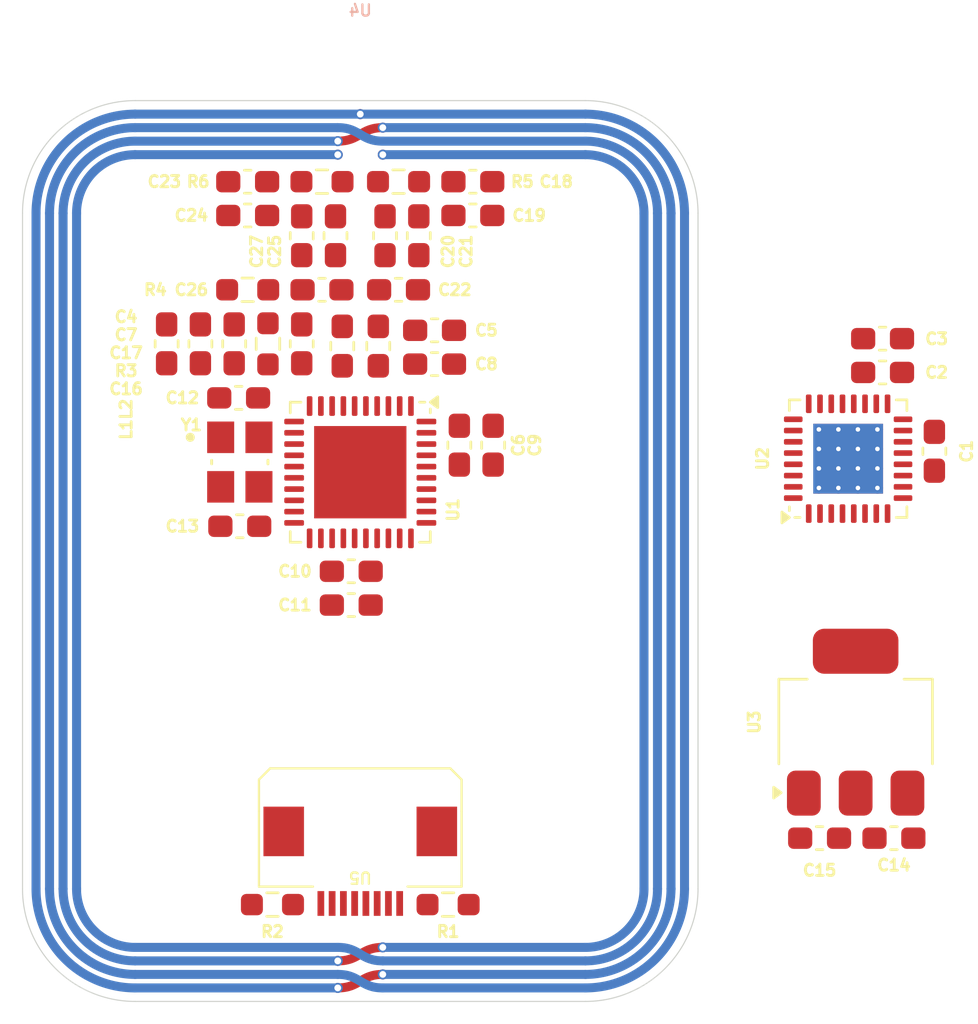
<source format=kicad_pcb>
(kicad_pcb (version 20241229) (generator "pcbnew") (generator_version "9.0")
  (layers (0 "F.Cu" signal) (2 "B.Cu" signal) (13 "F.Paste" user) (15 "B.Paste" user) (5 "F.SilkS" user "F.Silkscreen") (7 "B.SilkS" user "B.Silkscreen") (1 "F.Mask" user) (3 "B.Mask" user) (25 "Edge.Cuts" user))
  (net 0 "")
  (net 1 "Net-(U2-CShield)")
  (net 2 "GND")
  (net 3 "+3V3")
  (net 4 "Net-(U1-AVDD)")
  (net 5 "Net-(U1-OSCIN)")
  (net 6 "Net-(U1-OSCOUT)")
  (net 7 "+5V")
  (net 8 "Net-(U1-VMID)")
  (net 9 "Net-(U1-RX)")
  (net 10 "Net-(C17-Pad2)")
  (net 11 "Net-(C20-Pad2)")
  (net 12 "Net-(C25-Pad2)")
  (net 13 "I2C SDA")
  (net 14 "I2C SCL")
  (net 18 "Net-(U1-TX2)")
  (net 20 "Net-(U1-TX1)")
  (net 54 "Net-(C18-Pad1)")
  (net 55 "Net-(C23-Pad1)")
  (net 56 "Net-(R5-Pad2)")
  (net 57 "Net-(R6-Pad2)")
  (footprint "Resistor_SMD:R_0603_1608Metric_Pad0.98x0.95mm_HandSolder" (layer "F.Cu") (at 110.9 60.8 90)
    (property "Reference" "R3" (at -1.2 -6.3 0) (layer "F.SilkS") (effects (font (size 0.5 0.5))))
    (property "Value" "1K" (hide yes))
    (fp_line (start -0.254724 -0.5225) (end 0.254724 -0.5225) (stroke (width 0.12)) (layer "F.SilkS"))
    (fp_line (start -0.254724 0.5225) (end 0.254724 0.5225) (stroke (width 0.12)) (layer "F.SilkS"))
    (pad "1" smd roundrect (at -0.9125 0 90) (size 0.975 0.95) (layers "F.Cu" "F.Mask" "F.Paste") (net 9 "Net-(U1-RX)"))
    (pad "2" smd roundrect (at 0.9125 0 90) (size 0.975 0.95) (layers "F.Cu" "F.Mask" "F.Paste") (net 8 "Net-(U1-VMID)"))
  )
  (footprint "Capacitor_SMD:C_0603_1608Metric_Pad1.08x0.95mm_HandSolder" (layer "F.Cu") (at 116.7 58.4 180)
    (property "Reference" "C22" (at -2.5 0 0) (layer "F.SilkS") (effects (font (size 0.5 0.5))))
    (property "Value" "220pF" (hide yes))
    (fp_line (start -0.146267 0.51) (end 0.146267 0.51) (stroke (width 0.12)) (layer "F.SilkS"))
    (fp_line (start -0.146267 -0.51) (end 0.146267 -0.51) (stroke (width 0.12)) (layer "F.SilkS"))
    (pad "1" smd roundrect (at -0.8625 0 180) (size 1.075 0.95) (layers "F.Cu" "F.Mask" "F.Paste") (net 11 "Net-(C20-Pad2)"))
    (pad "2" smd roundrect (at 0.8625 0 180) (size 1.075 0.95) (layers "F.Cu" "F.Mask" "F.Paste") (net 2 "GND"))
  )
  (footprint "Capacitor_SMD:C_0603_1608Metric_Pad1.08x0.95mm_HandSolder" (layer "F.Cu") (at 116.1 56 -90)
    (property "Reference" "C20" (at 0.7 -2.8 90) (layer "F.SilkS") (effects (font (size 0.5 0.5))))
    (property "Value" "22pF" (hide yes))
    (fp_line (start -0.146267 0.51) (end 0.146267 0.51) (stroke (width 0.12)) (layer "F.SilkS"))
    (fp_line (start -0.146267 -0.51) (end 0.146267 -0.51) (stroke (width 0.12)) (layer "F.SilkS"))
    (pad "1" smd roundrect (at -0.8625 0 270) (size 1.075 0.95) (layers "F.Cu" "F.Mask" "F.Paste") (net 54 "Net-(C18-Pad1)"))
    (pad "2" smd roundrect (at 0.8625 0 270) (size 1.075 0.95) (layers "F.Cu" "F.Mask" "F.Paste") (net 11 "Net-(C20-Pad2)"))
  )
  (footprint "Inductor_SMD:L_0603_1608Metric_Pad1.05x0.95mm_HandSolder" (layer "F.Cu") (at 115.8 60.9 90)
    (property "Reference" "L1" (at -3.7 -11.2 90) (layer "F.SilkS") (effects (font (size 0.5 0.5))))
    (property "Value" "560nH" (hide yes))
    (fp_line (start -0.171267 -0.51) (end 0.171267 -0.51) (stroke (width 0.12)) (layer "F.SilkS"))
    (fp_line (start -0.171267 0.51) (end 0.171267 0.51) (stroke (width 0.12)) (layer "F.SilkS"))
    (pad "1" smd roundrect (at -0.875 0 90) (size 1.05 0.95) (layers "F.Cu" "F.Mask" "F.Paste") (net 20 "Net-(U1-TX1)"))
    (pad "2" smd roundrect (at 0.875 0 90) (size 1.05 0.95) (layers "F.Cu" "F.Mask" "F.Paste") (net 11 "Net-(C20-Pad2)"))
  )
  (footprint "Capacitor_SMD:C_0603_1608Metric_Pad1.08x0.95mm_HandSolder" (layer "F.Cu") (at 138.7 82.75)
    (property "Reference" "C14" (at 0 1.2 0) (layer "F.SilkS") (effects (font (size 0.5 0.5))))
    (property "Value" "0.1uF" (hide yes))
    (fp_line (start -0.146267 -0.51) (end 0.146267 -0.51) (stroke (width 0.12)) (layer "F.SilkS"))
    (fp_line (start -0.146267 0.51) (end 0.146267 0.51) (stroke (width 0.12)) (layer "F.SilkS"))
    (pad "1" smd roundrect (at -0.8625 0) (size 1.075 0.95) (layers "F.Cu" "F.Mask" "F.Paste") (net 7 "+5V"))
    (pad "2" smd roundrect (at 0.8625 0) (size 1.075 0.95) (layers "F.Cu" "F.Mask" "F.Paste") (net 2 "GND"))
  )
  (footprint "Resistor_SMD:R_0603_1608Metric_Pad0.98x0.95mm_HandSolder" (layer "F.Cu") (at 118.9 85.7 180)
    (property "Reference" "R1" (at 0 -1.2 0) (layer "F.SilkS") (effects (font (size 0.5 0.5))))
    (property "Value" "2.2K" (hide yes))
    (fp_line (start -0.254724 0.5225) (end 0.254724 0.5225) (stroke (width 0.12)) (layer "F.SilkS"))
    (fp_line (start -0.254724 -0.5225) (end 0.254724 -0.5225) (stroke (width 0.12)) (layer "F.SilkS"))
    (pad "1" smd roundrect (at -0.9125 0 180) (size 0.975 0.95) (layers "F.Cu" "F.Mask" "F.Paste") (net 3 "+3V3"))
    (pad "2" smd roundrect (at 0.9125 0 180) (size 0.975 0.95) (layers "F.Cu" "F.Mask" "F.Paste") (net 13 "I2C SDA"))
  )
  (footprint "Capacitor_SMD:C_0603_1608Metric_Pad1.08x0.95mm_HandSolder" (layer "F.Cu") (at 138.196667 62.07 180)
    (property "Reference" "C2" (at -2.4 0 0) (layer "F.SilkS") (effects (font (size 0.5 0.5))))
    (property "Value" "10uF" (hide yes))
    (fp_line (start -0.146267 0.51) (end 0.146267 0.51) (stroke (width 0.12)) (layer "F.SilkS"))
    (fp_line (start -0.146267 -0.51) (end 0.146267 -0.51) (stroke (width 0.12)) (layer "F.SilkS"))
    (pad "1" smd roundrect (at -0.8625 0 180) (size 1.075 0.95) (layers "F.Cu" "F.Mask" "F.Paste") (net 3 "+3V3"))
    (pad "2" smd roundrect (at 0.8625 0 180) (size 1.075 0.95) (layers "F.Cu" "F.Mask" "F.Paste") (net 2 "GND"))
  )
  (footprint "Resistor_SMD:R_0603_1608Metric_Pad0.98x0.95mm_HandSolder" (layer "F.Cu") (at 111.1 85.7 180)
    (property "Reference" "R2" (at 0 -1.2 0) (layer "F.SilkS") (effects (font (size 0.5 0.5))))
    (property "Value" "2.2K" (hide yes))
    (fp_line (start -0.254724 0.5225) (end 0.254724 0.5225) (stroke (width 0.12)) (layer "F.SilkS"))
    (fp_line (start -0.254724 -0.5225) (end 0.254724 -0.5225) (stroke (width 0.12)) (layer "F.SilkS"))
    (pad "1" smd roundrect (at -0.9125 0 180) (size 0.975 0.95) (layers "F.Cu" "F.Mask" "F.Paste") (net 14 "I2C SCL"))
    (pad "2" smd roundrect (at 0.9125 0 180) (size 0.975 0.95) (layers "F.Cu" "F.Mask" "F.Paste") (net 3 "+3V3"))
  )
  (footprint "Capacitor_SMD:C_0603_1608Metric_Pad1.08x0.95mm_HandSolder" (layer "F.Cu") (at 114.6 72.4)
    (property "Reference" "C11" (at -2.5 0 0) (layer "F.SilkS") (effects (font (size 0.5 0.5))))
    (property "Value" "0.1uF" (hide yes))
    (fp_line (start -0.146267 -0.51) (end 0.146267 -0.51) (stroke (width 0.12)) (layer "F.SilkS"))
    (fp_line (start -0.146267 0.51) (end 0.146267 0.51) (stroke (width 0.12)) (layer "F.SilkS"))
    (pad "1" smd roundrect (at -0.8625 0) (size 1.075 0.95) (layers "F.Cu" "F.Mask" "F.Paste") (net 3 "+3V3"))
    (pad "2" smd roundrect (at 0.8625 0) (size 1.075 0.95) (layers "F.Cu" "F.Mask" "F.Paste") (net 2 "GND"))
  )
  (footprint "FFC:FFC 0.8mm 8P" (layer "F.Cu") (at 115 85 180)
    (property "Reference" "U5" (at 0 0.5 180) (layer "F.SilkS") (effects (font (size 0.5 0.5) (thickness 0.1))))
    (property "Value" "R FFC" (hide yes))
    (fp_line (start 4.5 4.849999) (end 4.5 3.45) (stroke (width 0.1)) (layer "F.SilkS"))
    (fp_line (start 4.5 0.1) (end 4.5 3.45) (stroke (width 0.1)) (layer "F.SilkS"))
    (fp_line (start 4 5.35) (end 4.5 4.849999) (stroke (width 0.1)) (layer "F.SilkS"))
    (fp_line (start 2.1 0.1) (end 4.5 0.1) (stroke (width 0.1)) (layer "F.SilkS"))
    (fp_line (start -4 5.35) (end 4 5.35) (stroke (width 0.1)) (layer "F.SilkS"))
    (fp_line (start -4 5.35) (end -4.5 4.849999) (stroke (width 0.1)) (layer "F.SilkS"))
    (fp_line (start -4.5 4.849999) (end -4.5 3.45) (stroke (width 0.1)) (layer "F.SilkS"))
    (fp_line (start -4.5 3.45) (end -4.5 0.1) (stroke (width 0.1)) (layer "F.SilkS"))
    (fp_line (start -4.5 0.1) (end -2.1 0.1) (stroke (width 0.1)) (layer "F.SilkS"))
    (pad "" smd rect (at -3.4 2.55 180) (size 1.8 2.2) (layers "F.Cu" "F.Mask" "F.Paste"))
    (pad "" smd rect (at 3.4 2.55 180) (size 1.8 2.2) (layers "F.Cu" "F.Mask" "F.Paste"))
    (pad "1" smd rect (at -1.75 -0.65 180) (size 0.3 1.1) (layers "F.Cu" "F.Mask" "F.Paste") (net 2 "GND"))
    (pad "2" smd rect (at -1.25 -0.65 180) (size 0.3 1.1) (layers "F.Cu" "F.Mask" "F.Paste") (net 13 "I2C SDA"))
    (pad "3" smd rect (at -0.75 -0.649999 180) (size 0.3 1.1) (layers "F.Cu" "F.Mask" "F.Paste") (net 14 "I2C SCL"))
    (pad "4" smd rect (at -0.25 -0.65 180) (size 0.3 1.1) (layers "F.Cu" "F.Mask" "F.Paste") (net 7 "+5V"))
    (pad "5" smd rect (at 0.25 -0.65 180) (size 0.3 1.1) (layers "F.Cu" "F.Mask" "F.Paste") (net 7 "+5V"))
    (pad "6" smd rect (at 0.750001 -0.65 180) (size 0.3 1.1) (layers "F.Cu" "F.Mask" "F.Paste") (net 13 "I2C SDA"))
    (pad "7" smd rect (at 1.25 -0.65 180) (size 0.3 1.1) (layers "F.Cu" "F.Mask" "F.Paste") (net 14 "I2C SCL"))
    (pad "8" smd rect (at 1.749999 -0.65 180) (size 0.3 1.1) (layers "F.Cu" "F.Mask" "F.Paste") (net 2 "GND"))
  )
  (footprint "Package_CSP:LFCSP-32-1EP_5x5mm_P0.5mm_EP3.1x3.1mm_ThermalVias" (layer "F.Cu") (at 136.666667 65.9 90)
    (property "Reference" "U2" (at 0 -3.8 90) (layer "F.SilkS") (effects (font (size 0.5 0.5) (thickness 0.125))))
    (property "Value" "AD7142ACPZ-500RL7" (hide yes))
    (fp_line (start 2.61 -2.61) (end 2.61 -2.135) (stroke (width 0.12)) (layer "F.SilkS"))
    (fp_line (start 2.135 -2.61) (end 2.61 -2.61) (stroke (width 0.12)) (layer "F.SilkS"))
    (fp_line (start -2.135 -2.61) (end -2.31 -2.61) (stroke (width 0.12)) (layer "F.SilkS"))
    (fp_line (start -2.61 -2.135) (end -2.61 -2.37) (stroke (width 0.12)) (layer "F.SilkS"))
    (fp_line (start 2.61 2.61) (end 2.61 2.135) (stroke (width 0.12)) (layer "F.SilkS"))
    (fp_line (start 2.135 2.61) (end 2.61 2.61) (stroke (width 0.12)) (layer "F.SilkS"))
    (fp_line (start -2.135 2.61) (end -2.61 2.61) (stroke (width 0.12)) (layer "F.SilkS"))
    (fp_line (start -2.61 2.61) (end -2.61 2.135) (stroke (width 0.12)) (layer "F.SilkS"))
    (fp_poly (pts (xy -2.61 -2.61) (xy -2.85 -2.94) (xy -2.37 -2.94)) (stroke (width 0.12)) (fill yes) (layer "F.SilkS"))
    (pad "1" smd roundrect (at -2.4375 -1.75 90) (size 0.825 0.25) (layers "F.Cu" "F.Mask" "F.Paste"))
    (pad "2" smd roundrect (at -2.4375 -1.25 90) (size 0.825 0.25) (layers "F.Cu" "F.Mask" "F.Paste"))
    (pad "3" smd roundrect (at -2.4375 -0.75 90) (size 0.825 0.25) (layers "F.Cu" "F.Mask" "F.Paste"))
    (pad "4" smd roundrect (at -2.4375 -0.25 90) (size 0.825 0.25) (layers "F.Cu" "F.Mask" "F.Paste"))
    (pad "5" smd roundrect (at -2.4375 0.25 90) (size 0.825 0.25) (layers "F.Cu" "F.Mask" "F.Paste"))
    (pad "6" smd roundrect (at -2.4375 0.75 90) (size 0.825 0.25) (layers "F.Cu" "F.Mask" "F.Paste"))
    (pad "7" smd roundrect (at -2.4375 1.25 90) (size 0.825 0.25) (layers "F.Cu" "F.Mask" "F.Paste"))
    (pad "8" smd roundrect (at -2.4375 1.75 90) (size 0.825 0.25) (layers "F.Cu" "F.Mask" "F.Paste"))
    (pad "9" smd roundrect (at -1.75 2.4375 90) (size 0.25 0.825) (layers "F.Cu" "F.Mask" "F.Paste"))
    (pad "10" smd roundrect (at -1.25 2.4375 90) (size 0.25 0.825) (layers "F.Cu" "F.Mask" "F.Paste"))
    (pad "11" smd roundrect (at -0.75 2.4375 90) (size 0.25 0.825) (layers "F.Cu" "F.Mask" "F.Paste"))
    (pad "12" smd roundrect (at -0.25 2.4375 90) (size 0.25 0.825) (layers "F.Cu" "F.Mask" "F.Paste") (net 1 "Net-(U2-CShield)"))
    (pad "13" smd roundrect (at 0.25 2.4375 90) (size 0.25 0.825) (layers "F.Cu" "F.Mask" "F.Paste") (net 3 "+3V3"))
    (pad "14" smd roundrect (at 0.75 2.4375 90) (size 0.25 0.825) (layers "F.Cu" "F.Mask" "F.Paste") (net 2 "GND"))
    (pad "15" smd roundrect (at 1.25 2.4375 90) (size 0.25 0.825) (layers "F.Cu" "F.Mask" "F.Paste"))
    (pad "16" smd roundrect (at 1.75 2.4375 90) (size 0.25 0.825) (layers "F.Cu" "F.Mask" "F.Paste"))
    (pad "17" smd roundrect (at 2.4375 1.75 90) (size 0.825 0.25) (layers "F.Cu" "F.Mask" "F.Paste") (net 3 "+3V3"))
    (pad "18" smd roundrect (at 2.4375 1.25 90) (size 0.825 0.25) (layers "F.Cu" "F.Mask" "F.Paste") (net 2 "GND"))
    (pad "19" smd roundrect (at 2.4375 0.75 90) (size 0.825 0.25) (layers "F.Cu" "F.Mask" "F.Paste") (net 2 "GND"))
    (pad "20" smd roundrect (at 2.4375 0.25 90) (size 0.825 0.25) (layers "F.Cu" "F.Mask" "F.Paste") (net 3 "+3V3"))
    (pad "21" smd roundrect (at 2.4375 -0.25 90) (size 0.825 0.25) (layers "F.Cu" "F.Mask" "F.Paste") (net 13 "I2C SDA"))
    (pad "22" smd roundrect (at 2.4375 -0.75 90) (size 0.825 0.25) (layers "F.Cu" "F.Mask" "F.Paste") (net 2 "GND"))
    (pad "23" smd roundrect (at 2.4375 -1.25 90) (size 0.825 0.25) (layers "F.Cu" "F.Mask" "F.Paste") (net 14 "I2C SCL"))
    (pad "24" smd roundrect (at 2.4375 -1.75 90) (size 0.825 0.25) (layers "F.Cu" "F.Mask" "F.Paste") (net 2 "GND"))
    (pad "25" smd roundrect (at 1.75 -2.4375 90) (size 0.25 0.825) (layers "F.Cu" "F.Mask" "F.Paste"))
    (pad "26" smd roundrect (at 1.25 -2.4375 90) (size 0.25 0.825) (layers "F.Cu" "F.Mask" "F.Paste"))
    (pad "27" smd roundrect (at 0.75 -2.4375 90) (size 0.25 0.825) (layers "F.Cu" "F.Mask" "F.Paste") (net 2 "GND"))
    (pad "28" smd roundrect (at 0.25 -2.4375 90) (size 0.25 0.825) (layers "F.Cu" "F.Mask" "F.Paste") (net 3 "+3V3"))
    (pad "29" smd roundrect (at -0.25 -2.4375 90) (size 0.25 0.825) (layers "F.Cu" "F.Mask" "F.Paste") (net 2 "GND"))
    (pad "30" smd roundrect (at -0.75 -2.4375 90) (size 0.25 0.825) (layers "F.Cu" "F.Mask" "F.Paste"))
    (pad "31" smd roundrect (at -1.25 -2.4375 90) (size 0.25 0.825) (layers "F.Cu" "F.Mask" "F.Paste"))
    (pad "32" smd roundrect (at -1.75 -2.4375 90) (size 0.25 0.825) (layers "F.Cu" "F.Mask" "F.Paste"))
    (pad "33" thru_hole circle (at -1.3 -1.3 90) (size 0.5 0.5) (drill 0.2) (property pad_prop_heatsink) (layers "*.Cu"))
    (pad "33" thru_hole circle (at -1.3 -0.433333 90) (size 0.5 0.5) (drill 0.2) (property pad_prop_heatsink) (layers "*.Cu"))
    (pad "33" thru_hole circle (at -1.3 0.433333 90) (size 0.5 0.5) (drill 0.2) (property pad_prop_heatsink) (layers "*.Cu"))
    (pad "33" thru_hole circle (at -1.3 1.3 90) (size 0.5 0.5) (drill 0.2) (property pad_prop_heatsink) (layers "*.Cu"))
    (pad "33" thru_hole circle (at -0.433333 -1.3 90) (size 0.5 0.5) (drill 0.2) (property pad_prop_heatsink) (layers "*.Cu"))
    (pad "33" thru_hole circle (at -0.433333 -0.433333 90) (size 0.5 0.5) (drill 0.2) (property pad_prop_heatsink) (layers "*.Cu"))
    (pad "33" thru_hole circle (at -0.433333 0.433333 90) (size 0.5 0.5) (drill 0.2) (property pad_prop_heatsink) (layers "*.Cu"))
    (pad "33" thru_hole circle (at -0.433333 1.3 90) (size 0.5 0.5) (drill 0.2) (property pad_prop_heatsink) (layers "*.Cu"))
    (pad "33" smd rect (at 0 0 90) (size 3.1 3.1) (property pad_prop_heatsink) (layers "F.Cu" "F.Mask"))
    (pad "33" smd rect (at 0 0 90) (size 3.1 3.1) (property pad_prop_heatsink) (layers "B.Cu"))
    (pad "33" thru_hole circle (at 0.433333 -1.3 90) (size 0.5 0.5) (drill 0.2) (property pad_prop_heatsink) (layers "*.Cu"))
    (pad "33" thru_hole circle (at 0.433333 -0.433333 90) (size 0.5 0.5) (drill 0.2) (property pad_prop_heatsink) (layers "*.Cu"))
    (pad "33" thru_hole circle (at 0.433333 0.433333 90) (size 0.5 0.5) (drill 0.2) (property pad_prop_heatsink) (layers "*.Cu"))
    (pad "33" thru_hole circle (at 0.433333 1.3 90) (size 0.5 0.5) (drill 0.2) (property pad_prop_heatsink) (layers "*.Cu"))
    (pad "33" thru_hole circle (at 1.3 -1.3 90) (size 0.5 0.5) (drill 0.2) (property pad_prop_heatsink) (layers "*.Cu"))
    (pad "33" thru_hole circle (at 1.3 -0.433333 90) (size 0.5 0.5) (drill 0.2) (property pad_prop_heatsink) (layers "*.Cu"))
    (pad "33" thru_hole circle (at 1.3 0.433333 90) (size 0.5 0.5) (drill 0.2) (property pad_prop_heatsink) (layers "*.Cu"))
    (pad "33" thru_hole circle (at 1.3 1.3 90) (size 0.5 0.5) (drill 0.2) (property pad_prop_heatsink) (layers "*.Cu"))
  )
  (footprint "Capacitor_SMD:C_0603_1608Metric_Pad1.08x0.95mm_HandSolder" (layer "F.Cu") (at 120 55.1)
    (property "Reference" "C19" (at 2.5 0 0) (layer "F.SilkS") (effects (font (size 0.5 0.5))))
    (property "Value" "NC" (hide yes))
    (fp_line (start -0.146267 -0.51) (end 0.146267 -0.51) (stroke (width 0.12)) (layer "F.SilkS"))
    (fp_line (start -0.146267 0.51) (end 0.146267 0.51) (stroke (width 0.12)) (layer "F.SilkS"))
    (pad "1" smd roundrect (at -0.8625 0) (size 1.075 0.95) (layers "F.Cu" "F.Mask" "F.Paste") (net 54 "Net-(C18-Pad1)"))
    (pad "2" smd roundrect (at 0.8625 0) (size 1.075 0.95) (layers "F.Cu" "F.Mask" "F.Paste") (net 2 "GND"))
  )
  (footprint "Resistor_SMD:R_0603_1608Metric_Pad0.98x0.95mm_HandSolder" (layer "F.Cu") (at 110 58.4)
    (property "Reference" "R4" (at -4.1 0 0) (layer "F.SilkS") (effects (font (size 0.5 0.5))))
    (property "Value" "1.7K" (hide yes))
    (fp_line (start -0.254724 -0.5225) (end 0.254724 -0.5225) (stroke (width 0.12)) (layer "F.SilkS"))
    (fp_line (start -0.254724 0.5225) (end 0.254724 0.5225) (stroke (width 0.12)) (layer "F.SilkS"))
    (pad "1" smd roundrect (at -0.9125 0) (size 0.975 0.95) (layers "F.Cu" "F.Mask" "F.Paste") (net 10 "Net-(C17-Pad2)"))
    (pad "2" smd roundrect (at 0.9125 0) (size 0.975 0.95) (layers "F.Cu" "F.Mask" "F.Paste") (net 12 "Net-(C25-Pad2)"))
  )
  (footprint "Capacitor_SMD:C_0603_1608Metric_Pad1.08x0.95mm_HandSolder" (layer "F.Cu") (at 113.3 58.4 180)
    (property "Reference" "C26" (at 5.8 0 0) (layer "F.SilkS") (effects (font (size 0.5 0.5))))
    (property "Value" "220pF" (hide yes))
    (fp_line (start -0.146267 0.51) (end 0.146267 0.51) (stroke (width 0.12)) (layer "F.SilkS"))
    (fp_line (start -0.146267 -0.51) (end 0.146267 -0.51) (stroke (width 0.12)) (layer "F.SilkS"))
    (pad "1" smd roundrect (at -0.8625 0 180) (size 1.075 0.95) (layers "F.Cu" "F.Mask" "F.Paste") (net 2 "GND"))
    (pad "2" smd roundrect (at 0.8625 0 180) (size 1.075 0.95) (layers "F.Cu" "F.Mask" "F.Paste") (net 12 "Net-(C25-Pad2)"))
  )
  (footprint "Capacitor_SMD:C_0603_1608Metric_Pad1.08x0.95mm_HandSolder" (layer "F.Cu") (at 140.496667 65.57 -90)
    (property "Reference" "C1" (at 0 -1.43 90) (layer "F.SilkS") (effects (font (size 0.5 0.5))))
    (property "Value" "10nF" (hide yes))
    (fp_line (start -0.146267 0.51) (end 0.146267 0.51) (stroke (width 0.12)) (layer "F.SilkS"))
    (fp_line (start -0.146267 -0.51) (end 0.146267 -0.51) (stroke (width 0.12)) (layer "F.SilkS"))
    (pad "1" smd roundrect (at -0.8625 0 270) (size 1.075 0.95) (layers "F.Cu" "F.Mask" "F.Paste") (net 2 "GND"))
    (pad "2" smd roundrect (at 0.8625 0 270) (size 1.075 0.95) (layers "F.Cu" "F.Mask" "F.Paste") (net 1 "Net-(U2-CShield)"))
  )
  (footprint "Capacitor_SMD:C_0603_1608Metric_Pad1.08x0.95mm_HandSolder" (layer "F.Cu") (at 118.3 60.2)
    (property "Reference" "C5" (at 2.3 0 0) (layer "F.SilkS") (effects (font (size 0.5 0.5))))
    (property "Value" "0.1uF" (hide yes))
    (fp_line (start -0.146267 -0.51) (end 0.146267 -0.51) (stroke (width 0.12)) (layer "F.SilkS"))
    (fp_line (start -0.146267 0.51) (end 0.146267 0.51) (stroke (width 0.12)) (layer "F.SilkS"))
    (pad "1" smd roundrect (at -0.8625 0) (size 1.075 0.95) (layers "F.Cu" "F.Mask" "F.Paste") (net 4 "Net-(U1-AVDD)"))
    (pad "2" smd roundrect (at 0.8625 0) (size 1.075 0.95) (layers "F.Cu" "F.Mask" "F.Paste") (net 2 "GND"))
  )
  (footprint "Capacitor_SMD:C_0603_1608Metric_Pad1.08x0.95mm_HandSolder" (layer "F.Cu") (at 117.6 56 -90)
    (property "Reference" "C21" (at 0.7 -2.1 90) (layer "F.SilkS") (effects (font (size 0.5 0.5))))
    (property "Value" "NC" (hide yes))
    (fp_line (start -0.146267 0.51) (end 0.146267 0.51) (stroke (width 0.12)) (layer "F.SilkS"))
    (fp_line (start -0.146267 -0.51) (end 0.146267 -0.51) (stroke (width 0.12)) (layer "F.SilkS"))
    (pad "1" smd roundrect (at -0.8625 0 270) (size 1.075 0.95) (layers "F.Cu" "F.Mask" "F.Paste") (net 54 "Net-(C18-Pad1)"))
    (pad "2" smd roundrect (at 0.8625 0 270) (size 1.075 0.95) (layers "F.Cu" "F.Mask" "F.Paste") (net 11 "Net-(C20-Pad2)"))
  )
  (footprint "Inductor_SMD:L_0603_1608Metric_Pad1.05x0.95mm_HandSolder" (layer "F.Cu") (at 114.2 60.9 90)
    (property "Reference" "L2" (at -2.8 -9.6 90) (layer "F.SilkS") (effects (font (size 0.5 0.5))))
    (property "Value" "560nH" (hide yes))
    (fp_line (start -0.171267 -0.51) (end 0.171267 -0.51) (stroke (width 0.12)) (layer "F.SilkS"))
    (fp_line (start -0.171267 0.51) (end 0.171267 0.51) (stroke (width 0.12)) (layer "F.SilkS"))
    (pad "1" smd roundrect (at -0.875 0 90) (size 1.05 0.95) (layers "F.Cu" "F.Mask" "F.Paste") (net 18 "Net-(U1-TX2)"))
    (pad "2" smd roundrect (at 0.875 0 90) (size 1.05 0.95) (layers "F.Cu" "F.Mask" "F.Paste") (net 12 "Net-(C25-Pad2)"))
  )
  (footprint "Capacitor_SMD:C_0603_1608Metric_Pad1.08x0.95mm_HandSolder" (layer "F.Cu") (at 113.9 56 -90)
    (property "Reference" "C25" (at 0.7 2.7 90) (layer "F.SilkS") (effects (font (size 0.5 0.5))))
    (property "Value" "22pF" (hide yes))
    (fp_line (start -0.146267 0.51) (end 0.146267 0.51) (stroke (width 0.12)) (layer "F.SilkS"))
    (fp_line (start -0.146267 -0.51) (end 0.146267 -0.51) (stroke (width 0.12)) (layer "F.SilkS"))
    (pad "1" smd roundrect (at -0.8625 0 270) (size 1.075 0.95) (layers "F.Cu" "F.Mask" "F.Paste") (net 55 "Net-(C23-Pad1)"))
    (pad "2" smd roundrect (at 0.8625 0 270) (size 1.075 0.95) (layers "F.Cu" "F.Mask" "F.Paste") (net 12 "Net-(C25-Pad2)"))
  )
  (footprint "Capacitor_SMD:C_0603_1608Metric_Pad1.08x0.95mm_HandSolder" (layer "F.Cu") (at 112.4 60.8 -90)
    (property "Reference" "C16" (at 2 7.8 0) (layer "F.SilkS") (effects (font (size 0.5 0.5))))
    (property "Value" "0.1uF" (hide yes))
    (fp_line (start -0.146267 0.51) (end 0.146267 0.51) (stroke (width 0.12)) (layer "F.SilkS"))
    (fp_line (start -0.146267 -0.51) (end 0.146267 -0.51) (stroke (width 0.12)) (layer "F.SilkS"))
    (pad "1" smd roundrect (at -0.8625 0 270) (size 1.075 0.95) (layers "F.Cu" "F.Mask" "F.Paste") (net 8 "Net-(U1-VMID)"))
    (pad "2" smd roundrect (at 0.8625 0 270) (size 1.075 0.95) (layers "F.Cu" "F.Mask" "F.Paste") (net 2 "GND"))
  )
  (footprint "Capacitor_SMD:C_0603_1608Metric_Pad1.08x0.95mm_HandSolder" (layer "F.Cu") (at 135.4 82.75 180)
    (property "Reference" "C15" (at 0 -1.43 0) (layer "F.SilkS") (effects (font (size 0.5 0.5))))
    (property "Value" "10uF" (hide yes))
    (fp_line (start -0.146267 0.51) (end 0.146267 0.51) (stroke (width 0.12)) (layer "F.SilkS"))
    (fp_line (start -0.146267 -0.51) (end 0.146267 -0.51) (stroke (width 0.12)) (layer "F.SilkS"))
    (pad "1" smd roundrect (at -0.8625 0 180) (size 1.075 0.95) (layers "F.Cu" "F.Mask" "F.Paste") (net 3 "+3V3"))
    (pad "2" smd roundrect (at 0.8625 0 180) (size 1.075 0.95) (layers "F.Cu" "F.Mask" "F.Paste") (net 2 "GND"))
  )
  (footprint "Resistor_SMD:R_0603_1608Metric_Pad0.98x0.95mm_HandSolder" (layer "F.Cu") (at 113.3 53.6)
    (property "Reference" "R6" (at -5.5 0 0) (layer "F.SilkS") (effects (font (size 0.5 0.5))))
    (property "Value" "1.5" (hide yes))
    (fp_line (start -0.254724 -0.5225) (end 0.254724 -0.5225) (stroke (width 0.12)) (layer "F.SilkS"))
    (fp_line (start -0.254724 0.5225) (end 0.254724 0.5225) (stroke (width 0.12)) (layer "F.SilkS"))
    (pad "1" smd roundrect (at -0.9125 0) (size 0.975 0.95) (layers "F.Cu" "F.Mask" "F.Paste") (net 55 "Net-(C23-Pad1)"))
    (pad "2" smd roundrect (at 0.9125 0) (size 0.975 0.95) (layers "F.Cu" "F.Mask" "F.Paste") (net 57 "Net-(R6-Pad2)"))
  )
  (footprint "Capacitor_SMD:C_0603_1608Metric_Pad1.08x0.95mm_HandSolder" (layer "F.Cu") (at 110 55.1 180)
    (property "Reference" "C24" (at 2.5 0 0) (layer "F.SilkS") (effects (font (size 0.5 0.5))))
    (property "Value" "NC" (hide yes))
    (fp_line (start -0.146267 0.51) (end 0.146267 0.51) (stroke (width 0.12)) (layer "F.SilkS"))
    (fp_line (start -0.146267 -0.51) (end 0.146267 -0.51) (stroke (width 0.12)) (layer "F.SilkS"))
    (pad "1" smd roundrect (at -0.8625 0 180) (size 1.075 0.95) (layers "F.Cu" "F.Mask" "F.Paste") (net 55 "Net-(C23-Pad1)"))
    (pad "2" smd roundrect (at 0.8625 0 180) (size 1.075 0.95) (layers "F.Cu" "F.Mask" "F.Paste") (net 2 "GND"))
  )
  (footprint "Package_DFN_QFN:HVQFN-40-1EP_6x6mm_P0.5mm_EP4.1x4.1mm" (layer "F.Cu") (at 115 66.5 -90)
    (property "Reference" "U1" (at 1.67 -4.12 90) (layer "F.SilkS") (effects (font (size 0.5 0.5))))
    (property "Value" "PN5321A3HN_C1xx" (hide yes))
    (fp_line (start -3.11 3.11) (end -3.11 2.635) (stroke (width 0.12)) (layer "F.SilkS"))
    (fp_line (start -2.635 3.11) (end -3.11 3.11) (stroke (width 0.12)) (layer "F.SilkS"))
    (fp_line (start 2.635 3.11) (end 3.11 3.11) (stroke (width 0.12)) (layer "F.SilkS"))
    (fp_line (start 3.11 3.11) (end 3.11 2.635) (stroke (width 0.12)) (layer "F.SilkS"))
    (fp_line (start -3.11 -2.635) (end -3.11 -2.87) (stroke (width 0.12)) (layer "F.SilkS"))
    (fp_line (start -2.635 -3.11) (end -2.81 -3.11) (stroke (width 0.12)) (layer "F.SilkS"))
    (fp_line (start 2.635 -3.11) (end 3.11 -3.11) (stroke (width 0.12)) (layer "F.SilkS"))
    (fp_line (start 3.11 -3.11) (end 3.11 -2.635) (stroke (width 0.12)) (layer "F.SilkS"))
    (fp_poly (pts (xy -3.11 -3.11) (xy -3.35 -3.44) (xy -2.87 -3.44)) (stroke (width 0.12)) (fill yes) (layer "F.SilkS"))
    (pad "1" smd roundrect (at -2.9375 -2.25 270) (size 0.875 0.25) (layers "F.Cu" "F.Mask" "F.Paste") (net 2 "GND"))
    (pad "2" smd roundrect (at -2.9375 -1.75 270) (size 0.875 0.25) (layers "F.Cu" "F.Mask" "F.Paste"))
    (pad "3" smd roundrect (at -2.9375 -1.25 270) (size 0.875 0.25) (layers "F.Cu" "F.Mask" "F.Paste") (net 2 "GND"))
    (pad "4" smd roundrect (at -2.9375 -0.75 270) (size 0.875 0.25) (layers "F.Cu" "F.Mask" "F.Paste") (net 20 "Net-(U1-TX1)"))
    (pad "5" smd roundrect (at -2.9375 -0.25 270) (size 0.875 0.25) (layers "F.Cu" "F.Mask" "F.Paste") (net 4 "Net-(U1-AVDD)"))
    (pad "6" smd roundrect (at -2.9375 0.25 270) (size 0.875 0.25) (layers "F.Cu" "F.Mask" "F.Paste") (net 18 "Net-(U1-TX2)"))
    (pad "7" smd roundrect (at -2.9375 0.75 270) (size 0.875 0.25) (layers "F.Cu" "F.Mask" "F.Paste") (net 2 "GND"))
    (pad "8" smd roundrect (at -2.9375 1.25 270) (size 0.875 0.25) (layers "F.Cu" "F.Mask" "F.Paste") (net 4 "Net-(U1-AVDD)"))
    (pad "9" smd roundrect (at -2.9375 1.75 270) (size 0.875 0.25) (layers "F.Cu" "F.Mask" "F.Paste") (net 8 "Net-(U1-VMID)"))
    (pad "10" smd roundrect (at -2.9375 2.25 270) (size 0.875 0.25) (layers "F.Cu" "F.Mask" "F.Paste") (net 9 "Net-(U1-RX)"))
    (pad "11" smd roundrect (at -2.25 2.9375 270) (size 0.25 0.875) (layers "F.Cu" "F.Mask" "F.Paste") (net 2 "GND"))
    (pad "12" smd roundrect (at -1.75 2.9375 270) (size 0.25 0.875) (layers "F.Cu" "F.Mask" "F.Paste"))
    (pad "13" smd roundrect (at -1.25 2.9375 270) (size 0.25 0.875) (layers "F.Cu" "F.Mask" "F.Paste"))
    (pad "14" smd roundrect (at -0.75 2.9375 270) (size 0.25 0.875) (layers "F.Cu" "F.Mask" "F.Paste") (net 5 "Net-(U1-OSCIN)"))
    (pad "15" smd roundrect (at -0.25 2.9375 270) (size 0.25 0.875) (layers "F.Cu" "F.Mask" "F.Paste") (net 6 "Net-(U1-OSCOUT)"))
    (pad "16" smd roundrect (at 0.25 2.9375 270) (size 0.25 0.875) (layers "F.Cu" "F.Mask" "F.Paste") (net 3 "+3V3"))
    (pad "17" smd roundrect (at 0.75 2.9375 270) (size 0.25 0.875) (layers "F.Cu" "F.Mask" "F.Paste") (net 2 "GND"))
    (pad "18" smd roundrect (at 1.25 2.9375 270) (size 0.25 0.875) (layers "F.Cu" "F.Mask" "F.Paste") (net 2 "GND"))
    (pad "19" smd roundrect (at 1.75 2.9375 270) (size 0.25 0.875) (layers "F.Cu" "F.Mask" "F.Paste"))
    (pad "20" smd roundrect (at 2.25 2.9375 270) (size 0.25 0.875) (layers "F.Cu" "F.Mask" "F.Paste"))
    (pad "21" smd roundrect (at 2.9375 2.25 270) (size 0.875 0.25) (layers "F.Cu" "F.Mask" "F.Paste"))
    (pad "22" smd roundrect (at 2.9375 1.75 270) (size 0.875 0.25) (layers "F.Cu" "F.Mask" "F.Paste"))
    (pad "23" smd roundrect (at 2.9375 1.25 270) (size 0.875 0.25) (layers "F.Cu" "F.Mask" "F.Paste") (net 3 "+3V3"))
    (pad "24" smd roundrect (at 2.9375 0.75 270) (size 0.875 0.25) (layers "F.Cu" "F.Mask" "F.Paste"))
    (pad "25" smd roundrect (at 2.9375 0.25 270) (size 0.875 0.25) (layers "F.Cu" "F.Mask" "F.Paste"))
    (pad "26" smd roundrect (at 2.9375 -0.25 270) (size 0.875 0.25) (layers "F.Cu" "F.Mask" "F.Paste"))
    (pad "27" smd roundrect (at 2.9375 -0.75 270) (size 0.875 0.25) (layers "F.Cu" "F.Mask" "F.Paste") (net 14 "I2C SCL"))
    (pad "28" smd roundrect (at 2.9375 -1.25 270) (size 0.875 0.25) (layers "F.Cu" "F.Mask" "F.Paste") (net 13 "I2C SDA"))
    (pad "29" smd roundrect (at 2.9375 -1.75 270) (size 0.875 0.25) (layers "F.Cu" "F.Mask" "F.Paste"))
    (pad "30" smd roundrect (at 2.9375 -2.25 270) (size 0.875 0.25) (layers "F.Cu" "F.Mask" "F.Paste"))
    (pad "31" smd roundrect (at 2.25 -2.9375 270) (size 0.25 0.875) (layers "F.Cu" "F.Mask" "F.Paste"))
    (pad "32" smd roundrect (at 1.75 -2.9375 270) (size 0.25 0.875) (layers "F.Cu" "F.Mask" "F.Paste"))
    (pad "33" smd roundrect (at 1.25 -2.9375 270) (size 0.25 0.875) (layers "F.Cu" "F.Mask" "F.Paste"))
    (pad "34" smd roundrect (at 0.75 -2.9375 270) (size 0.25 0.875) (layers "F.Cu" "F.Mask" "F.Paste"))
    (pad "35" smd roundrect (at 0.25 -2.9375 270) (size 0.25 0.875) (layers "F.Cu" "F.Mask" "F.Paste"))
    (pad "36" smd roundrect (at -0.25 -2.9375 270) (size 0.25 0.875) (layers "F.Cu" "F.Mask" "F.Paste"))
    (pad "37" smd roundrect (at -0.75 -2.9375 270) (size 0.25 0.875) (layers "F.Cu" "F.Mask" "F.Paste"))
    (pad "38" smd roundrect (at -1.25 -2.9375 270) (size 0.25 0.875) (layers "F.Cu" "F.Mask" "F.Paste") (net 3 "+3V3"))
    (pad "39" smd roundrect (at -1.75 -2.9375 270) (size 0.25 0.875) (layers "F.Cu" "F.Mask" "F.Paste") (net 4 "Net-(U1-AVDD)"))
    (pad "40" smd roundrect (at -2.25 -2.9375 270) (size 0.25 0.875) (layers "F.Cu" "F.Mask" "F.Paste") (net 3 "+3V3"))
    (pad "41" smd rect (at 0 0 270) (size 4.1 4.1) (property pad_prop_heatsink) (layers "F.Cu" "F.Mask") (net 2 "GND"))
  )
  (footprint "Capacitor_SMD:C_0603_1608Metric_Pad1.08x0.95mm_HandSolder" (layer "F.Cu") (at 109.6 63.2)
    (property "Reference" "C12" (at -2.5 0 0) (layer "F.SilkS") (effects (font (size 0.5 0.5))))
    (property "Value" "33pF" (hide yes))
    (fp_line (start -0.146267 -0.51) (end 0.146267 -0.51) (stroke (width 0.12)) (layer "F.SilkS"))
    (fp_line (start -0.146267 0.51) (end 0.146267 0.51) (stroke (width 0.12)) (layer "F.SilkS"))
    (pad "1" smd roundrect (at -0.8625 0) (size 1.075 0.95) (layers "F.Cu" "F.Mask" "F.Paste") (net 5 "Net-(U1-OSCIN)"))
    (pad "2" smd roundrect (at 0.8625 0) (size 1.075 0.95) (layers "F.Cu" "F.Mask" "F.Paste") (net 2 "GND"))
  )
  (footprint "Capacitor_SMD:C_0603_1608Metric_Pad1.08x0.95mm_HandSolder" (layer "F.Cu") (at 110 53.6 180)
    (property "Reference" "C23" (at 3.7 0 0) (layer "F.SilkS") (effects (font (size 0.5 0.5))))
    (property "Value" "150pF" (hide yes))
    (fp_line (start -0.146267 0.51) (end 0.146267 0.51) (stroke (width 0.12)) (layer "F.SilkS"))
    (fp_line (start -0.146267 -0.51) (end 0.146267 -0.51) (stroke (width 0.12)) (layer "F.SilkS"))
    (pad "1" smd roundrect (at -0.8625 0 180) (size 1.075 0.95) (layers "F.Cu" "F.Mask" "F.Paste") (net 55 "Net-(C23-Pad1)"))
    (pad "2" smd roundrect (at 0.8625 0 180) (size 1.075 0.95) (layers "F.Cu" "F.Mask" "F.Paste") (net 2 "GND"))
  )
  (footprint "Capacitor_SMD:C_0603_1608Metric_Pad1.08x0.95mm_HandSolder" (layer "F.Cu") (at 109.4 60.8 90)
    (property "Reference" "C17" (at -0.4 -4.8 0) (layer "F.SilkS") (effects (font (size 0.5 0.5))))
    (property "Value" "1nF" (hide yes))
    (fp_line (start -0.146267 -0.51) (end 0.146267 -0.51) (stroke (width 0.12)) (layer "F.SilkS"))
    (fp_line (start -0.146267 0.51) (end 0.146267 0.51) (stroke (width 0.12)) (layer "F.SilkS"))
    (pad "1" smd roundrect (at -0.8625 0 90) (size 1.075 0.95) (layers "F.Cu" "F.Mask" "F.Paste") (net 9 "Net-(U1-RX)"))
    (pad "2" smd roundrect (at 0.8625 0 90) (size 1.075 0.95) (layers "F.Cu" "F.Mask" "F.Paste") (net 10 "Net-(C17-Pad2)"))
  )
  (footprint "Capacitor_SMD:C_0603_1608Metric_Pad1.08x0.95mm_HandSolder" (layer "F.Cu") (at 114.6 70.9)
    (property "Reference" "C10" (at -2.5 0 0) (layer "F.SilkS") (effects (font (size 0.5 0.5))))
    (property "Value" "0.1uF" (hide yes))
    (fp_line (start -0.146267 -0.51) (end 0.146267 -0.51) (stroke (width 0.12)) (layer "F.SilkS"))
    (fp_line (start -0.146267 0.51) (end 0.146267 0.51) (stroke (width 0.12)) (layer "F.SilkS"))
    (pad "1" smd roundrect (at -0.8625 0) (size 1.075 0.95) (layers "F.Cu" "F.Mask" "F.Paste") (net 3 "+3V3"))
    (pad "2" smd roundrect (at 0.8625 0) (size 1.075 0.95) (layers "F.Cu" "F.Mask" "F.Paste") (net 2 "GND"))
  )
  (footprint "Capacitor_SMD:C_0603_1608Metric_Pad1.08x0.95mm_HandSolder" (layer "F.Cu") (at 138.196667 60.57 180)
    (property "Reference" "C3" (at -2.4 -0.01 0) (layer "F.SilkS") (effects (font (size 0.5 0.5))))
    (property "Value" "0.1uF" (hide yes))
    (fp_line (start -0.146267 0.51) (end 0.146267 0.51) (stroke (width 0.12)) (layer "F.SilkS"))
    (fp_line (start -0.146267 -0.51) (end 0.146267 -0.51) (stroke (width 0.12)) (layer "F.SilkS"))
    (pad "1" smd roundrect (at -0.8625 0 180) (size 1.075 0.95) (layers "F.Cu" "F.Mask" "F.Paste") (net 3 "+3V3"))
    (pad "2" smd roundrect (at 0.8625 0 180) (size 1.075 0.95) (layers "F.Cu" "F.Mask" "F.Paste") (net 2 "GND"))
  )
  (footprint "Capacitor_SMD:C_0603_1608Metric_Pad1.08x0.95mm_HandSolder" (layer "F.Cu") (at 112.4 56 -90)
    (property "Reference" "C27" (at 0.7 2 90) (layer "F.SilkS") (effects (font (size 0.5 0.5))))
    (property "Value" "NC" (hide yes))
    (fp_line (start -0.146267 0.51) (end 0.146267 0.51) (stroke (width 0.12)) (layer "F.SilkS"))
    (fp_line (start -0.146267 -0.51) (end 0.146267 -0.51) (stroke (width 0.12)) (layer "F.SilkS"))
    (pad "1" smd roundrect (at -0.8625 0 270) (size 1.075 0.95) (layers "F.Cu" "F.Mask" "F.Paste") (net 55 "Net-(C23-Pad1)"))
    (pad "2" smd roundrect (at 0.8625 0 270) (size 1.075 0.95) (layers "F.Cu" "F.Mask" "F.Paste") (net 12 "Net-(C25-Pad2)"))
  )
  (footprint "Package_TO_SOT_SMD:SOT-223-3_TabPin2" (layer "F.Cu") (at 137 77.6 90)
    (property "Reference" "U3" (at 0 -4.5 90) (layer "F.SilkS") (effects (font (size 0.5 0.5))))
    (property "Value" "LD1117S33TR_SOT223" (hide yes))
    (fp_line (start 1.91 -3.41) (end 1.91 -2.15) (stroke (width 0.12)) (layer "F.SilkS"))
    (fp_line (start -1.85 -3.41) (end 1.91 -3.41) (stroke (width 0.12)) (layer "F.SilkS"))
    (fp_line (start 1.91 3.41) (end 1.91 2.15) (stroke (width 0.12)) (layer "F.SilkS"))
    (fp_line (start -1.85 3.41) (end 1.91 3.41) (stroke (width 0.12)) (layer "F.SilkS"))
    (fp_poly (pts (xy -3.13 -3.31) (xy -3.37 -3.64) (xy -2.89 -3.64) (xy -3.13 -3.31)) (stroke (width 0.12)) (fill yes) (layer "F.SilkS"))
    (pad "1" smd roundrect (at -3.15 -2.3 90) (size 2 1.5) (layers "F.Cu" "F.Mask" "F.Paste") (net 2 "GND"))
    (pad "2" smd roundrect (at -3.15 0 90) (size 2 1.5) (layers "F.Cu" "F.Mask" "F.Paste") (net 3 "+3V3"))
    (pad "2" smd roundrect (at 3.15 0 90) (size 2 3.8) (layers "F.Cu" "F.Mask" "F.Paste") (net 3 "+3V3"))
    (pad "3" smd roundrect (at -3.15 2.3 90) (size 2 1.5) (layers "F.Cu" "F.Mask" "F.Paste") (net 7 "+5V"))
  )
  (footprint "Capacitor_SMD:C_0603_1608Metric_Pad1.08x0.95mm_HandSolder" (layer "F.Cu") (at 118.3 61.7)
    (property "Reference" "C8" (at 2.3 0 0) (layer "F.SilkS") (effects (font (size 0.5 0.5))))
    (property "Value" "10uF" (hide yes))
    (fp_line (start -0.146267 -0.51) (end 0.146267 -0.51) (stroke (width 0.12)) (layer "F.SilkS"))
    (fp_line (start -0.146267 0.51) (end 0.146267 0.51) (stroke (width 0.12)) (layer "F.SilkS"))
    (pad "1" smd roundrect (at -0.8625 0) (size 1.075 0.95) (layers "F.Cu" "F.Mask" "F.Paste") (net 4 "Net-(U1-AVDD)"))
    (pad "2" smd roundrect (at 0.8625 0) (size 1.075 0.95) (layers "F.Cu" "F.Mask" "F.Paste") (net 2 "GND"))
  )
  (footprint "7M-27.120MAAJ-T:XTAL_7M-27.120MAAJ-T" (layer "F.Cu") (at 109.65 66.05)
    (property "Reference" "Y1" (at -2.15 -1.65 0) (layer "F.SilkS") (effects (font (size 0.5 0.5) (thickness 0.125))))
    (property "Value" "7M-27.120MAAJ-T" (hide yes))
    (fp_line (start -1.25 -0.08) (end -1.25 0.08) (stroke (width 0.127)) (layer "F.SilkS"))
    (fp_line (start 1.25 -0.08) (end 1.25 0.08) (stroke (width 0.127)) (layer "F.SilkS"))
    (fp_circle (center -2.2 -1.1) (end -2.1 -1.1) (stroke (width 0.2)) (fill no) (layer "F.SilkS"))
    (pad "1" smd rect (at -0.85 -1.1) (size 1.2 1.4) (layers "F.Cu" "F.Mask" "F.Paste") (net 5 "Net-(U1-OSCIN)"))
    (pad "2" smd rect (at -0.85 1.1) (size 1.2 1.4) (layers "F.Cu" "F.Mask" "F.Paste") (net 2 "GND"))
    (pad "3" smd rect (at 0.85 1.1) (size 1.2 1.4) (layers "F.Cu" "F.Mask" "F.Paste") (net 6 "Net-(U1-OSCOUT)"))
    (pad "4" smd rect (at 0.85 -1.1) (size 1.2 1.4) (layers "F.Cu" "F.Mask" "F.Paste") (net 2 "GND"))
  )
  (footprint "Resistor_SMD:R_0603_1608Metric_Pad0.98x0.95mm_HandSolder" (layer "F.Cu") (at 116.7 53.6 180)
    (property "Reference" "R5" (at -5.5 0 0) (layer "F.SilkS") (effects (font (size 0.5 0.5))))
    (property "Value" "1.5" (hide yes))
    (fp_line (start -0.254724 0.5225) (end 0.254724 0.5225) (stroke (width 0.12)) (layer "F.SilkS"))
    (fp_line (start -0.254724 -0.5225) (end 0.254724 -0.5225) (stroke (width 0.12)) (layer "F.SilkS"))
    (pad "1" smd roundrect (at -0.9125 0 180) (size 0.975 0.95) (layers "F.Cu" "F.Mask" "F.Paste") (net 54 "Net-(C18-Pad1)"))
    (pad "2" smd roundrect (at 0.9125 0 180) (size 0.975 0.95) (layers "F.Cu" "F.Mask" "F.Paste") (net 56 "Net-(R5-Pad2)"))
  )
  (footprint "Capacitor_SMD:C_0603_1608Metric_Pad1.08x0.95mm_HandSolder" (layer "F.Cu") (at 120.9 65.3 -90)
    (property "Reference" "C9" (at 0 -1.85 90) (layer "F.SilkS") (effects (font (size 0.5 0.5))))
    (property "Value" "10uF" (hide yes))
    (fp_line (start -0.146267 0.51) (end 0.146267 0.51) (stroke (width 0.12)) (layer "F.SilkS"))
    (fp_line (start -0.146267 -0.51) (end 0.146267 -0.51) (stroke (width 0.12)) (layer "F.SilkS"))
    (pad "1" smd roundrect (at -0.8625 0 270) (size 1.075 0.95) (layers "F.Cu" "F.Mask" "F.Paste") (net 4 "Net-(U1-AVDD)"))
    (pad "2" smd roundrect (at 0.8625 0 270) (size 1.075 0.95) (layers "F.Cu" "F.Mask" "F.Paste") (net 2 "GND"))
  )
  (footprint "Capacitor_SMD:C_0603_1608Metric_Pad1.08x0.95mm_HandSolder" (layer "F.Cu") (at 107.9 60.8 90)
    (property "Reference" "C7" (at 0.4 -3.3 0) (layer "F.SilkS") (effects (font (size 0.5 0.5))))
    (property "Value" "10uF" (hide yes))
    (fp_line (start -0.146267 -0.51) (end 0.146267 -0.51) (stroke (width 0.12)) (layer "F.SilkS"))
    (fp_line (start -0.146267 0.51) (end 0.146267 0.51) (stroke (width 0.12)) (layer "F.SilkS"))
    (pad "1" smd roundrect (at -0.8625 0 90) (size 1.075 0.95) (layers "F.Cu" "F.Mask" "F.Paste") (net 4 "Net-(U1-AVDD)"))
    (pad "2" smd roundrect (at 0.8625 0 90) (size 1.075 0.95) (layers "F.Cu" "F.Mask" "F.Paste") (net 2 "GND"))
  )
  (footprint "Capacitor_SMD:C_0603_1608Metric_Pad1.08x0.95mm_HandSolder" (layer "F.Cu") (at 119.4 65.3 -90)
    (property "Reference" "C6" (at 0 -2.62 90) (layer "F.SilkS") (effects (font (size 0.5 0.5))))
    (property "Value" "0.1uF" (hide yes))
    (fp_line (start -0.146267 0.51) (end 0.146267 0.51) (stroke (width 0.12)) (layer "F.SilkS"))
    (fp_line (start -0.146267 -0.51) (end 0.146267 -0.51) (stroke (width 0.12)) (layer "F.SilkS"))
    (pad "1" smd roundrect (at -0.8625 0 270) (size 1.075 0.95) (layers "F.Cu" "F.Mask" "F.Paste") (net 4 "Net-(U1-AVDD)"))
    (pad "2" smd roundrect (at 0.8625 0 270) (size 1.075 0.95) (layers "F.Cu" "F.Mask" "F.Paste") (net 2 "GND"))
  )
  (footprint "Capacitor_SMD:C_0603_1608Metric_Pad1.08x0.95mm_HandSolder" (layer "F.Cu") (at 120 53.6)
    (property "Reference" "C18" (at 3.7 0 0) (layer "F.SilkS") (effects (font (size 0.5 0.5))))
    (property "Value" "150pF" (hide yes))
    (fp_line (start -0.146267 -0.51) (end 0.146267 -0.51) (stroke (width 0.12)) (layer "F.SilkS"))
    (fp_line (start -0.146267 0.51) (end 0.146267 0.51) (stroke (width 0.12)) (layer "F.SilkS"))
    (pad "1" smd roundrect (at -0.8625 0) (size 1.075 0.95) (layers "F.Cu" "F.Mask" "F.Paste") (net 54 "Net-(C18-Pad1)"))
    (pad "2" smd roundrect (at 0.8625 0) (size 1.075 0.95) (layers "F.Cu" "F.Mask" "F.Paste") (net 2 "GND"))
  )
  (footprint "Capacitor_SMD:C_0603_1608Metric_Pad1.08x0.95mm_HandSolder" (layer "F.Cu") (at 106.4 60.8 90)
    (property "Reference" "C4" (at 1.2 -1.8 0) (layer "F.SilkS") (effects (font (size 0.5 0.5))))
    (property "Value" "0.1uF" (hide yes))
    (fp_line (start -0.146267 -0.51) (end 0.146267 -0.51) (stroke (width 0.12)) (layer "F.SilkS"))
    (fp_line (start -0.146267 0.51) (end 0.146267 0.51) (stroke (width 0.12)) (layer "F.SilkS"))
    (pad "1" smd roundrect (at -0.8625 0 90) (size 1.075 0.95) (layers "F.Cu" "F.Mask" "F.Paste") (net 4 "Net-(U1-AVDD)"))
    (pad "2" smd roundrect (at 0.8625 0 90) (size 1.075 0.95) (layers "F.Cu" "F.Mask" "F.Paste") (net 2 "GND"))
  )
  (footprint "Capacitor_SMD:C_0603_1608Metric_Pad1.08x0.95mm_HandSolder" (layer "F.Cu") (at 109.65 68.9 180)
    (property "Reference" "C13" (at 2.55 0 0) (layer "F.SilkS") (effects (font (size 0.5 0.5))))
    (property "Value" "33pF" (hide yes))
    (fp_line (start -0.146267 0.51) (end 0.146267 0.51) (stroke (width 0.12)) (layer "F.SilkS"))
    (fp_line (start -0.146267 -0.51) (end 0.146267 -0.51) (stroke (width 0.12)) (layer "F.SilkS"))
    (pad "1" smd roundrect (at -0.8625 0 180) (size 1.075 0.95) (layers "F.Cu" "F.Mask" "F.Paste") (net 6 "Net-(U1-OSCOUT)"))
    (pad "2" smd roundrect (at 0.8625 0 180) (size 1.075 0.95) (layers "F.Cu" "F.Mask" "F.Paste") (net 2 "GND"))
  )
  (footprint "PCB_Antenna:30 x 40 - 2 Pair 2 Layer 2 Turn Loop Antenna" (layer "B.Cu") (at 115 70 180)
    (property "Reference" "U4" (at 0 24 0) (layer "B.SilkS") (effects (font (size 0.5 0.5) (thickness 0.1)) (justify mirror)))
    (property "Value" "0.35uH (Per Coil)" (hide yes))
    (fp_curve (pts (xy -1 18.8) (xy 0 18.8) (xy 0 18.2) (xy 1 18.2)) (stroke (width 0.4)) (layer "F.Cu"))
    (fp_curve (pts (xy -1 -17.6) (xy 0 -17.6) (xy 0 -18.2) (xy 1 -18.2)) (stroke (width 0.4)) (layer "F.Cu"))
    (fp_curve (pts (xy -1 -18.8) (xy 0 -18.8) (xy 0 -19.4) (xy 1 -19.4)) (stroke (width 0.4)) (layer "F.Cu"))
    (fp_line (start 14.4 15) (end 14.4 -15) (stroke (width 0.4)) (layer "B.Cu"))
    (fp_line (start 13.8 -15) (end 13.8 15) (stroke (width 0.4)) (layer "B.Cu"))
    (fp_line (start 13.2 15) (end 13.2 -15) (stroke (width 0.4)) (layer "B.Cu"))
    (fp_line (start 12.6 15) (end 12.6 -15) (stroke (width 0.4)) (layer "B.Cu"))
    (fp_line (start 10 18.8) (end 1 18.8) (stroke (width 0.4)) (layer "B.Cu"))
    (fp_line (start 10 -17.6) (end 1 -17.6) (stroke (width 0.4)) (layer "B.Cu"))
    (fp_line (start 10 -18.2) (end 1 -18.2) (stroke (width 0.4)) (layer "B.Cu"))
    (fp_line (start 10 -18.8) (end 1 -18.8) (stroke (width 0.4)) (layer "B.Cu"))
    (fp_line (start 10 -19.4) (end 1 -19.4) (stroke (width 0.4)) (layer "B.Cu"))
    (fp_line (start 1 18.2) (end 10 18.2) (stroke (width 0.4)) (layer "B.Cu"))
    (fp_line (start 1 17.6) (end 10 17.6) (stroke (width 0.4)) (layer "B.Cu"))
    (fp_line (start -1 18.8) (end -10 18.8) (stroke (width 0.4)) (layer "B.Cu"))
    (fp_line (start -10 19.4) (end 10 19.4) (stroke (width 0.4)) (layer "B.Cu"))
    (fp_line (start -10 18.2) (end -1 18.2) (stroke (width 0.4)) (layer "B.Cu"))
    (fp_line (start -10 17.6) (end -1 17.6) (stroke (width 0.4)) (layer "B.Cu"))
    (fp_line (start -10 -17.6) (end -1 -17.6) (stroke (width 0.4)) (layer "B.Cu"))
    (fp_line (start -10 -19.4) (end -1 -19.4) (stroke (width 0.4)) (layer "B.Cu"))
    (fp_line (start -10.000001 -18.2) (end -1 -18.2) (stroke (width 0.4)) (layer "B.Cu"))
    (fp_line (start -10.000001 -18.8) (end -1 -18.8) (stroke (width 0.4)) (layer "B.Cu"))
    (fp_line (start -12.6 -15) (end -12.6 15) (stroke (width 0.4)) (layer "B.Cu"))
    (fp_line (start -13.2 -15) (end -13.2 15) (stroke (width 0.4)) (layer "B.Cu"))
    (fp_line (start -13.8 14.999999) (end -13.8 -15.000001) (stroke (width 0.4)) (layer "B.Cu"))
    (fp_line (start -14.4 -15.000001) (end -14.4 14.999999) (stroke (width 0.4)) (layer "B.Cu"))
    (fp_arc (start 14.4 15) (mid 13.11127 18.11127) (end 10 19.4) (stroke (width 0.4)) (layer "B.Cu"))
    (fp_arc (start 13.8 15) (mid 12.687006 17.687006) (end 10 18.8) (stroke (width 0.4)) (layer "B.Cu"))
    (fp_arc (start 13.2 15) (mid 12.262742 17.262742) (end 10 18.2) (stroke (width 0.4)) (layer "B.Cu"))
    (fp_arc (start 12.6 15) (mid 11.838478 16.838478) (end 10 17.6) (stroke (width 0.4)) (layer "B.Cu"))
    (fp_arc (start 10 -17.6) (mid 11.838478 -16.838478) (end 12.6 -15) (stroke (width 0.4)) (layer "B.Cu"))
    (fp_arc (start 10 -18.2) (mid 12.262742 -17.262742) (end 13.2 -15) (stroke (width 0.4)) (layer "B.Cu"))
    (fp_arc (start 10 -18.8) (mid 12.687006 -17.687006) (end 13.8 -15) (stroke (width 0.4)) (layer "B.Cu"))
    (fp_arc (start 10 -19.4) (mid 13.11127 -18.11127) (end 14.4 -15) (stroke (width 0.4)) (layer "B.Cu"))
    (fp_arc (start -10 19.4) (mid -13.11127 18.11127) (end -14.4 15) (stroke (width 0.4)) (layer "B.Cu"))
    (fp_arc (start -10 18.8) (mid -12.687006 17.687006) (end -13.8 15) (stroke (width 0.4)) (layer "B.Cu"))
    (fp_arc (start -10 18.2) (mid -12.262742 17.262742) (end -13.2 15) (stroke (width 0.4)) (layer "B.Cu"))
    (fp_arc (start -10 17.6) (mid -11.838478 16.838478) (end -12.6 15) (stroke (width 0.4)) (layer "B.Cu"))
    (fp_arc (start -12.6 -15) (mid -11.838478 -16.838478) (end -10 -17.6) (stroke (width 0.4)) (layer "B.Cu"))
    (fp_arc (start -13.2 -15) (mid -12.262742 -17.262742) (end -10 -18.2) (stroke (width 0.4)) (layer "B.Cu"))
    (fp_arc (start -13.8 -15) (mid -12.687006 -17.687006) (end -10 -18.8) (stroke (width 0.4)) (layer "B.Cu"))
    (fp_arc (start -14.4 -15) (mid -13.11127 -18.11127) (end -10 -19.4) (stroke (width 0.4)) (layer "B.Cu"))
    (fp_curve (pts (xy 1 -17.6) (xy 0 -17.6) (xy 0 -18.2) (xy -1 -18.2)) (stroke (width 0.4)) (layer "B.Cu"))
    (fp_curve (pts (xy 1 -18.8) (xy 0 -18.8) (xy 0 -19.4) (xy -1 -19.4)) (stroke (width 0.4)) (layer "B.Cu"))
    (fp_curve (pts (xy -1 18.2) (xy 0 18.2) (xy 0 18.8) (xy 1 18.8)) (stroke (width 0.4)) (layer "B.Cu"))
    (pad "" thru_hole circle (at -1 -18.8 180) (size 0.45 0.45) (drill 0.3) (layers "*.Cu" "*.Mask"))
    (pad "" thru_hole circle (at -1 -17.6 180) (size 0.45 0.45) (drill 0.3) (layers "*.Cu" "*.Mask"))
    (pad "" thru_hole circle (at -1 18.8 180) (size 0.45 0.45) (drill 0.3) (layers "*.Cu" "*.Mask"))
    (pad "" thru_hole circle (at 1 -19.4 180) (size 0.45 0.45) (drill 0.3) (layers "*.Cu" "*.Mask"))
    (pad "" thru_hole circle (at 1 -18.2 180) (size 0.45 0.45) (drill 0.3) (layers "*.Cu" "*.Mask"))
    (pad "" thru_hole circle (at 1 18.2 180) (size 0.45 0.45) (drill 0.3) (layers "*.Cu" "*.Mask"))
    (pad "1" thru_hole circle (at -1 17.6 180) (size 0.45 0.45) (drill 0.3) (layers "*.Cu" "*.Mask") (net 56 "Net-(R5-Pad2)"))
    (pad "2" thru_hole circle (at 1 17.6 180) (size 0.45 0.45) (drill 0.3) (layers "*.Cu" "*.Mask") (net 57 "Net-(R6-Pad2)"))
    (pad "3" thru_hole circle (at 0 19.4 180) (size 0.45 0.45) (drill 0.3) (layers "*.Cu" "*.Mask") (net 2 "GND"))
  )
  (gr_arc (start 100 55) (mid 101.464466 51.464466) (end 105 50) (stroke (width 0.05)) (layer "Edge.Cuts"))
  (gr_arc (start 105 90) (mid 101.464466 88.535534) (end 100 85) (stroke (width 0.05)) (layer "Edge.Cuts"))
  (gr_arc (start 125 50) (mid 128.535534 51.464466) (end 130 55) (stroke (width 0.05)) (layer "Edge.Cuts"))
  (gr_line (start 105 50) (end 125 50) (stroke (width 0.05)) (layer "Edge.Cuts"))
  (gr_line (start 100 85) (end 100 55) (stroke (width 0.05)) (layer "Edge.Cuts"))
  (gr_arc (start 130 85) (mid 128.535534 88.535534) (end 125 90) (stroke (width 0.05)) (layer "Edge.Cuts"))
  (gr_line (start 130 55) (end 130 85) (stroke (width 0.05)) (layer "Edge.Cuts"))
  (gr_line (start 125 90) (end 105 90) (stroke (width 0.05)) (layer "Edge.Cuts"))
)
</source>
